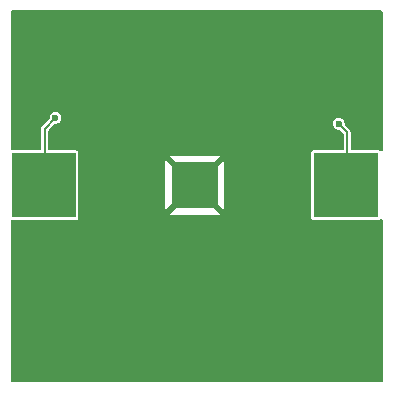
<source format=gbr>
%TF.GenerationSoftware,KiCad,Pcbnew,9.0.2*%
%TF.CreationDate,2025-08-02T09:46:46-05:00*%
%TF.ProjectId,GettingToBlinky_5.0,47657474-696e-4675-946f-426c696e6b79,rev?*%
%TF.SameCoordinates,Original*%
%TF.FileFunction,Copper,L2,Bot*%
%TF.FilePolarity,Positive*%
%FSLAX46Y46*%
G04 Gerber Fmt 4.6, Leading zero omitted, Abs format (unit mm)*
G04 Created by KiCad (PCBNEW 9.0.2) date 2025-08-02 09:46:46*
%MOMM*%
%LPD*%
G01*
G04 APERTURE LIST*
G04 Aperture macros list*
%AMOutline4P*
0 Free polygon, 4 corners , with rotation*
0 The origin of the aperture is its center*
0 number of corners: always 4*
0 $1 to $8 corner X, Y*
0 $9 Rotation angle, in degrees counterclockwise*
0 create outline with 4 corners*
4,1,4,$1,$2,$3,$4,$5,$6,$7,$8,$1,$2,$9*%
G04 Aperture macros list end*
%TA.AperFunction,SMDPad,CuDef*%
%ADD10R,5.500000X5.500000*%
%TD*%
%TA.AperFunction,SMDPad,CuDef*%
%ADD11Outline4P,-2.750000X-2.750000X2.750000X-2.750000X2.750000X2.750000X-2.750000X2.750000X180.000000*%
%TD*%
%TA.AperFunction,SMDPad,CuDef*%
%ADD12R,4.000000X4.000000*%
%TD*%
%TA.AperFunction,ViaPad*%
%ADD13C,0.600000*%
%TD*%
%TA.AperFunction,Conductor*%
%ADD14C,0.200000*%
%TD*%
G04 APERTURE END LIST*
D10*
%TO.P,BT1,1,+*%
%TO.N,/VDD*%
X162800000Y-93800000D03*
D11*
X137200000Y-93800000D03*
D12*
%TO.P,BT1,2,-*%
%TO.N,GND*%
X150000000Y-93800000D03*
%TD*%
D13*
%TO.N,GND*%
X142900000Y-104000000D03*
X147400000Y-89500000D03*
X142900000Y-89700000D03*
%TO.N,/VDD*%
X162200000Y-88600000D03*
X138200000Y-88100000D03*
%TD*%
D14*
%TO.N,/VDD*%
X162900000Y-93500000D02*
X162900000Y-89300000D01*
X162900000Y-89300000D02*
X162200000Y-88600000D01*
X137300000Y-93500000D02*
X137300000Y-89000000D01*
X137300000Y-89000000D02*
X138200000Y-88100000D01*
%TD*%
%TA.AperFunction,Conductor*%
%TO.N,GND*%
G36*
X165842539Y-79020185D02*
G01*
X165888294Y-79072989D01*
X165899500Y-79124500D01*
X165899500Y-90811033D01*
X165879815Y-90878072D01*
X165827011Y-90923827D01*
X165757853Y-90933771D01*
X165706106Y-90910139D01*
X165704707Y-90912233D01*
X165628230Y-90861132D01*
X165628229Y-90861131D01*
X165569752Y-90849500D01*
X165569748Y-90849500D01*
X163324500Y-90849500D01*
X163257461Y-90829815D01*
X163211706Y-90777011D01*
X163200500Y-90725500D01*
X163200500Y-89260439D01*
X163180020Y-89184009D01*
X163180017Y-89184004D01*
X163140464Y-89115495D01*
X163140458Y-89115487D01*
X162736819Y-88711848D01*
X162703334Y-88650525D01*
X162700500Y-88624167D01*
X162700500Y-88534110D01*
X162700500Y-88534108D01*
X162666392Y-88406814D01*
X162600500Y-88292686D01*
X162507314Y-88199500D01*
X162449100Y-88165890D01*
X162393187Y-88133608D01*
X162329539Y-88116554D01*
X162265892Y-88099500D01*
X162134108Y-88099500D01*
X162006812Y-88133608D01*
X161892686Y-88199500D01*
X161892683Y-88199502D01*
X161799502Y-88292683D01*
X161799500Y-88292686D01*
X161733608Y-88406812D01*
X161733473Y-88407316D01*
X161699500Y-88534108D01*
X161699500Y-88665892D01*
X161711814Y-88711848D01*
X161733608Y-88793187D01*
X161746488Y-88815495D01*
X161799500Y-88907314D01*
X161892686Y-89000500D01*
X162006814Y-89066392D01*
X162134108Y-89100500D01*
X162134110Y-89100500D01*
X162224167Y-89100500D01*
X162291206Y-89120185D01*
X162311848Y-89136819D01*
X162563181Y-89388152D01*
X162596666Y-89449475D01*
X162599500Y-89475833D01*
X162599500Y-90725500D01*
X162579815Y-90792539D01*
X162527011Y-90838294D01*
X162475500Y-90849500D01*
X160030247Y-90849500D01*
X159971770Y-90861131D01*
X159971769Y-90861132D01*
X159905447Y-90905447D01*
X159861132Y-90971769D01*
X159861131Y-90971770D01*
X159849500Y-91030247D01*
X159849500Y-96569752D01*
X159861131Y-96628229D01*
X159861132Y-96628230D01*
X159905447Y-96694552D01*
X159971769Y-96738867D01*
X159971770Y-96738868D01*
X160030247Y-96750499D01*
X160030250Y-96750500D01*
X160030252Y-96750500D01*
X165569750Y-96750500D01*
X165569751Y-96750499D01*
X165584568Y-96747552D01*
X165628229Y-96738868D01*
X165628229Y-96738867D01*
X165628231Y-96738867D01*
X165694552Y-96694552D01*
X165694551Y-96694552D01*
X165704707Y-96687767D01*
X165706810Y-96690915D01*
X165749142Y-96667801D01*
X165818834Y-96672785D01*
X165874767Y-96714657D01*
X165899184Y-96780121D01*
X165899500Y-96788967D01*
X165899500Y-110375500D01*
X165879815Y-110442539D01*
X165827011Y-110488294D01*
X165775500Y-110499500D01*
X134524500Y-110499500D01*
X134457461Y-110479815D01*
X134411706Y-110427011D01*
X134400500Y-110375500D01*
X134400500Y-96874500D01*
X134420185Y-96807461D01*
X134472989Y-96761706D01*
X134524500Y-96750500D01*
X139969750Y-96750500D01*
X139969751Y-96750499D01*
X139984568Y-96747552D01*
X140028229Y-96738868D01*
X140028229Y-96738867D01*
X140028231Y-96738867D01*
X140094552Y-96694552D01*
X140138867Y-96628231D01*
X140138867Y-96628229D01*
X140138868Y-96628229D01*
X140150499Y-96569752D01*
X140150500Y-96569750D01*
X140150500Y-96284720D01*
X147868829Y-96284720D01*
X147868829Y-96284722D01*
X147892622Y-96293597D01*
X147892623Y-96293598D01*
X147952155Y-96299999D01*
X147952172Y-96300000D01*
X152047828Y-96300000D01*
X152047844Y-96299999D01*
X152107372Y-96293598D01*
X152131169Y-96284721D01*
X150000000Y-94153552D01*
X147868829Y-96284720D01*
X140150500Y-96284720D01*
X140150500Y-91752155D01*
X147500000Y-91752155D01*
X147500000Y-95847844D01*
X147506401Y-95907375D01*
X147515277Y-95931170D01*
X149646448Y-93800000D01*
X149646448Y-93799999D01*
X150353552Y-93799999D01*
X150353552Y-93800000D01*
X152484721Y-95931169D01*
X152493598Y-95907372D01*
X152499999Y-95847844D01*
X152500000Y-95847827D01*
X152500000Y-91752172D01*
X152499999Y-91752155D01*
X152493598Y-91692623D01*
X152493597Y-91692622D01*
X152484722Y-91668829D01*
X152484720Y-91668829D01*
X150353552Y-93799999D01*
X149646448Y-93799999D01*
X147515277Y-91668829D01*
X147506402Y-91692623D01*
X147506401Y-91692627D01*
X147500000Y-91752155D01*
X140150500Y-91752155D01*
X140150500Y-91315277D01*
X147868829Y-91315277D01*
X150000000Y-93446448D01*
X150000001Y-93446448D01*
X152131170Y-91315277D01*
X152131170Y-91315276D01*
X152107375Y-91306401D01*
X152047844Y-91300000D01*
X147952155Y-91300000D01*
X147892627Y-91306401D01*
X147892623Y-91306402D01*
X147868829Y-91315277D01*
X140150500Y-91315277D01*
X140150500Y-91030249D01*
X140150499Y-91030247D01*
X140138868Y-90971770D01*
X140138867Y-90971769D01*
X140094552Y-90905447D01*
X140028230Y-90861132D01*
X140028229Y-90861131D01*
X139969752Y-90849500D01*
X139969748Y-90849500D01*
X137724500Y-90849500D01*
X137657461Y-90829815D01*
X137611706Y-90777011D01*
X137600500Y-90725500D01*
X137600500Y-89175832D01*
X137620185Y-89108793D01*
X137636815Y-89088155D01*
X138088151Y-88636818D01*
X138149474Y-88603334D01*
X138175832Y-88600500D01*
X138265890Y-88600500D01*
X138265892Y-88600500D01*
X138393186Y-88566392D01*
X138507314Y-88500500D01*
X138600500Y-88407314D01*
X138666392Y-88293186D01*
X138700500Y-88165892D01*
X138700500Y-88034108D01*
X138666392Y-87906814D01*
X138600500Y-87792686D01*
X138507314Y-87699500D01*
X138450250Y-87666554D01*
X138393187Y-87633608D01*
X138329539Y-87616554D01*
X138265892Y-87599500D01*
X138134108Y-87599500D01*
X138006812Y-87633608D01*
X137892686Y-87699500D01*
X137892683Y-87699502D01*
X137799502Y-87792683D01*
X137799500Y-87792686D01*
X137733608Y-87906812D01*
X137699500Y-88034108D01*
X137699500Y-88124166D01*
X137679815Y-88191205D01*
X137663181Y-88211847D01*
X137115489Y-88759540D01*
X137059541Y-88815487D01*
X137059535Y-88815495D01*
X137019982Y-88884004D01*
X137019979Y-88884009D01*
X136999500Y-88960439D01*
X136999500Y-90725500D01*
X136979815Y-90792539D01*
X136927011Y-90838294D01*
X136875500Y-90849500D01*
X134524500Y-90849500D01*
X134457461Y-90829815D01*
X134411706Y-90777011D01*
X134400500Y-90725500D01*
X134400500Y-79124500D01*
X134420185Y-79057461D01*
X134472989Y-79011706D01*
X134524500Y-79000500D01*
X165775500Y-79000500D01*
X165842539Y-79020185D01*
G37*
%TD.AperFunction*%
%TD*%
M02*

</source>
